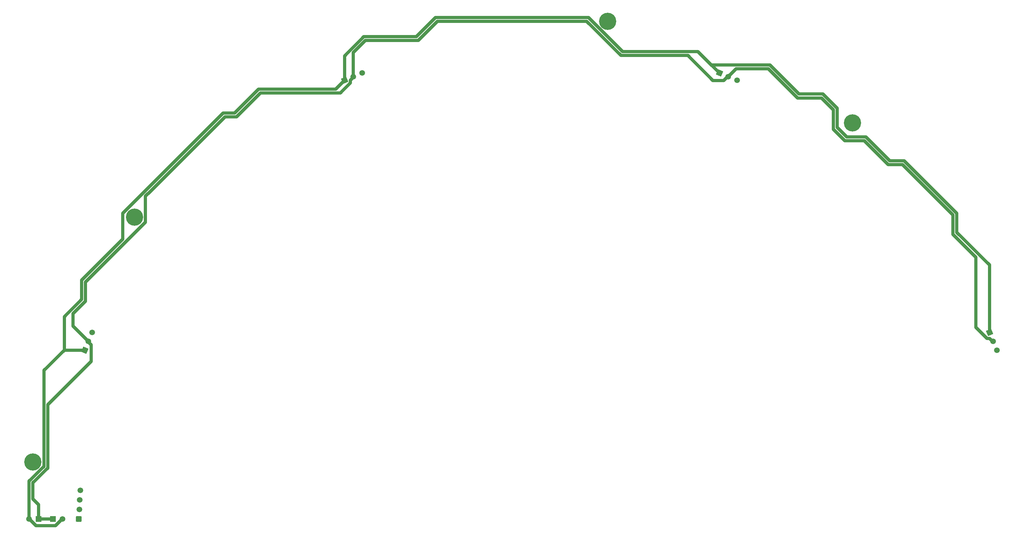
<source format=gbl>
G04*
G04 #@! TF.GenerationSoftware,Altium Limited,Altium Designer,20.1.14 (287)*
G04*
G04 Layer_Physical_Order=2*
G04 Layer_Color=16711680*
%FSLAX25Y25*%
%MOIN*%
G70*
G04*
G04 #@! TF.SameCoordinates,07329562-CAC5-4820-BFAE-55A5BC9BA929*
G04*
G04*
G04 #@! TF.FilePolarity,Positive*
G04*
G01*
G75*
%ADD12C,0.03200*%
%ADD13R,0.05906X0.05906*%
%ADD14C,0.05906*%
%ADD15C,0.18000*%
%ADD16P,0.08352X4X112.5*%
%ADD17P,0.08352X4X67.5*%
%ADD18P,0.08352X4X382.5*%
%ADD19P,0.08352X4X337.5*%
%ADD20P,0.08352X4X132.0*%
D12*
X-509741Y10000D02*
X-502741Y3000D01*
X-482259D02*
X-475258Y10000D01*
X-502741Y3000D02*
X-482259D01*
X-475258Y10000D02*
X-475000D01*
X-510000D02*
X-509741D01*
X-500000D02*
X-485000D01*
X-500000D02*
Y25000D01*
X-505934Y30934D02*
Y47934D01*
Y30934D02*
X-500000Y25000D01*
X-505934Y47934D02*
X-490513Y63355D01*
X-510000Y49525D02*
X-494513Y65012D01*
X-510000Y10000D02*
Y49525D01*
X-494513Y165487D02*
X-473239Y186761D01*
X-494513Y65012D02*
Y165487D01*
X-490513Y129487D02*
X-445000Y175000D01*
X-490513Y63355D02*
Y129487D01*
X-448000Y195268D02*
Y196000D01*
Y195268D02*
X-445000Y192268D01*
Y175000D02*
Y192268D01*
X-464000Y212000D02*
X-448000Y196000D01*
X-464000Y212000D02*
Y225000D01*
X-451000Y238000D01*
X-473239Y186761D02*
Y221761D01*
X-455000Y240000D02*
Y260000D01*
X-473239Y221761D02*
X-455000Y240000D01*
X-451000Y238000D02*
Y258000D01*
X-388250Y320750D01*
X-412000Y303000D02*
Y330000D01*
X-455000Y260000D02*
X-412000Y303000D01*
X-388250Y320750D02*
Y348093D01*
X-385672Y350672D01*
X-307000Y435000D02*
X-295000D01*
X-412000Y330000D02*
X-307000Y435000D01*
X-385672Y350672D02*
X-385328D01*
X-305000Y431000D01*
X-293000D01*
X-268000Y456000D01*
X-184562D01*
X-171000Y472268D02*
Y473000D01*
X-173981Y469287D02*
X-171000Y472268D01*
X-173981Y466581D02*
Y469287D01*
X-184562Y456000D02*
X-173981Y466581D01*
X-171000Y473000D02*
Y498343D01*
X-158343Y511000D02*
X-103000D01*
X-171000Y498343D02*
X-158343Y511000D01*
X-180239Y494761D02*
X-160000Y515000D01*
X-105000D01*
X-85000Y535000D01*
X-83000Y531000D02*
X73000D01*
X-103000Y511000D02*
X-83000Y531000D01*
X-85000Y535000D02*
X74839D01*
X110667Y499171D01*
X73000Y531000D02*
X108829Y495171D01*
X178829D01*
X110667Y499171D02*
X189417D01*
X203294Y485294D01*
X178829Y495171D02*
X205000Y469000D01*
X220268Y473000D02*
X221000D01*
X216268Y469000D02*
X220268Y473000D01*
X205000Y469000D02*
X216268D01*
X221000Y473000D02*
X229294Y481294D01*
X263000D01*
X295000Y455000D02*
X320000D01*
X264706Y485294D02*
X295000Y455000D01*
X203294Y485294D02*
X264706D01*
X263000Y481294D02*
X293622Y450672D01*
X318672D01*
X320000Y455000D02*
X335000Y440000D01*
X331000Y418000D02*
Y438343D01*
X318672Y450672D02*
X331000Y438343D01*
X343000Y406000D02*
X363343D01*
X331000Y418000D02*
X343000Y406000D01*
X345000Y410000D02*
X365000D01*
X335000Y420000D02*
X345000Y410000D01*
X335000Y420000D02*
Y440000D01*
X363343Y406000D02*
X388343Y381000D01*
X403343D02*
X456000Y328343D01*
X388343Y381000D02*
X403343D01*
X405000Y385000D02*
X460000Y330000D01*
Y310000D02*
Y330000D01*
X390000Y385000D02*
X405000D01*
X365000Y410000D02*
X390000Y385000D01*
X456000Y308000D02*
Y328343D01*
Y308000D02*
X480000Y284000D01*
X460000Y310000D02*
X494173Y275827D01*
Y205239D02*
Y275827D01*
X497268Y196000D02*
X498000D01*
X494287Y198981D02*
X497268Y196000D01*
X491581Y198981D02*
X494287D01*
X480000Y210562D02*
X491581Y198981D01*
X480000Y210562D02*
Y284000D01*
X203294Y485294D02*
X211761Y476827D01*
X-180239Y469173D02*
Y494761D01*
X-189412Y460000D02*
X-180239Y469173D01*
X-270000Y460000D02*
X-189412D01*
X-295000Y435000D02*
X-270000Y460000D01*
X-473239Y186761D02*
X-451827D01*
D13*
X-485000Y10000D02*
D03*
X-500000D02*
D03*
D14*
X-475000D02*
D03*
X-510000D02*
D03*
X-448000Y196000D02*
D03*
X-444173Y205239D02*
D03*
X-171000Y473000D02*
D03*
X-161761Y476827D02*
D03*
X221000Y473000D02*
D03*
X230239Y469173D02*
D03*
X498000Y196000D02*
D03*
X501827Y186761D02*
D03*
X-456477Y39986D02*
D03*
X-457000Y30000D02*
D03*
X-457523Y20014D02*
D03*
D15*
X350885Y424725D02*
D03*
X94943Y531018D02*
D03*
X-399650Y325866D02*
D03*
X-505913Y69734D02*
D03*
D16*
X-451827Y186761D02*
D03*
D17*
X-180239Y469173D02*
D03*
D18*
X211761Y476827D02*
D03*
D19*
X494173Y205239D02*
D03*
D20*
X-458047Y10027D02*
D03*
M02*

</source>
